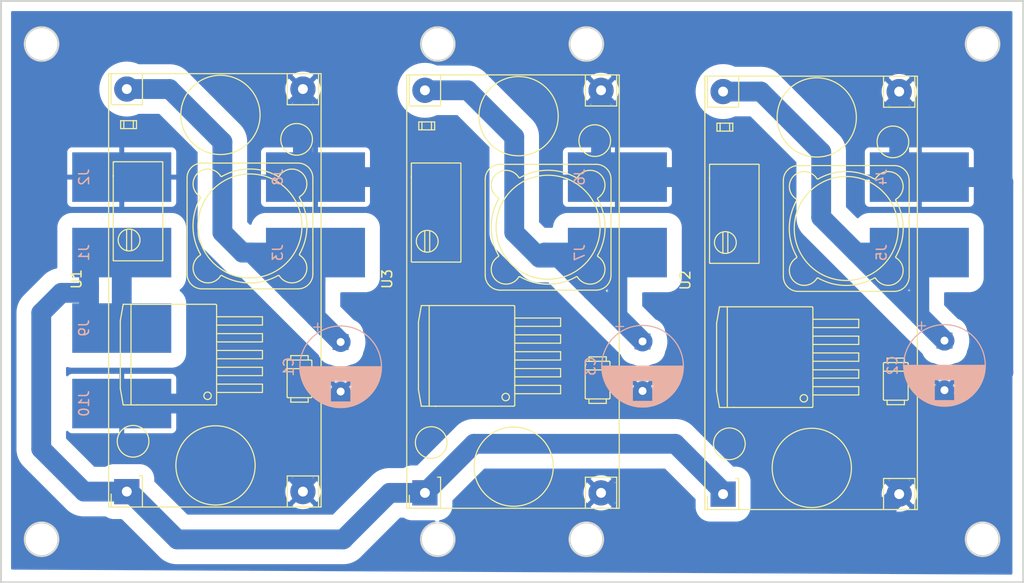
<source format=kicad_pcb>
(kicad_pcb (version 20221018) (generator pcbnew)

  (general
    (thickness 1.6)
  )

  (paper "A4")
  (layers
    (0 "F.Cu" signal)
    (31 "B.Cu" signal)
    (32 "B.Adhes" user "B.Adhesive")
    (33 "F.Adhes" user "F.Adhesive")
    (34 "B.Paste" user)
    (35 "F.Paste" user)
    (36 "B.SilkS" user "B.Silkscreen")
    (37 "F.SilkS" user "F.Silkscreen")
    (38 "B.Mask" user)
    (39 "F.Mask" user)
    (40 "Dwgs.User" user "User.Drawings")
    (41 "Cmts.User" user "User.Comments")
    (42 "Eco1.User" user "User.Eco1")
    (43 "Eco2.User" user "User.Eco2")
    (44 "Edge.Cuts" user)
    (45 "Margin" user)
    (46 "B.CrtYd" user "B.Courtyard")
    (47 "F.CrtYd" user "F.Courtyard")
    (48 "B.Fab" user)
    (49 "F.Fab" user)
    (50 "User.1" user)
    (51 "User.2" user)
    (52 "User.3" user)
    (53 "User.4" user)
    (54 "User.5" user)
    (55 "User.6" user)
    (56 "User.7" user)
    (57 "User.8" user)
    (58 "User.9" user)
  )

  (setup
    (pad_to_mask_clearance 0)
    (pcbplotparams
      (layerselection 0x00010fc_ffffffff)
      (plot_on_all_layers_selection 0x0000000_00000000)
      (disableapertmacros false)
      (usegerberextensions false)
      (usegerberattributes true)
      (usegerberadvancedattributes true)
      (creategerberjobfile true)
      (dashed_line_dash_ratio 12.000000)
      (dashed_line_gap_ratio 3.000000)
      (svgprecision 4)
      (plotframeref false)
      (viasonmask false)
      (mode 1)
      (useauxorigin false)
      (hpglpennumber 1)
      (hpglpenspeed 20)
      (hpglpendiameter 15.000000)
      (dxfpolygonmode true)
      (dxfimperialunits true)
      (dxfusepcbnewfont true)
      (psnegative false)
      (psa4output false)
      (plotreference true)
      (plotvalue true)
      (plotinvisibletext false)
      (sketchpadsonfab false)
      (subtractmaskfromsilk false)
      (outputformat 5)
      (mirror false)
      (drillshape 2)
      (scaleselection 1)
      (outputdirectory "build/")
    )
  )

  (net 0 "")
  (net 1 "+24")
  (net 2 "+12")
  (net 3 "+5")
  (net 4 "+3")
  (net 5 "GND")

  (footprint "library:YAAJ_DCDC_StepDown_LM2596" (layer "F.Cu") (at 88.519 90.297 90))

  (footprint "library:YAAJ_DCDC_StepDown_LM2596" (layer "F.Cu") (at 118.618 90.424 90))

  (footprint "library:YAAJ_DCDC_StepDown_LM2596" (layer "F.Cu") (at 58.42 90.17 90))

  (footprint "Connector_Wire:SolderWirePad_1x01_SMD_5x10mm" (layer "B.Cu") (at 57.912 66.04 -90))

  (footprint "Connector_Wire:SolderWirePad_1x01_SMD_5x10mm" (layer "B.Cu") (at 57.912 73.66 -90))

  (footprint "Connector_Wire:SolderWirePad_1x01_SMD_5x10mm" (layer "B.Cu") (at 107.95 58.42 -90))

  (footprint "Connector_Wire:SolderWirePad_1x01_SMD_5x10mm" (layer "B.Cu") (at 57.912 81.28 -90))

  (footprint "Connector_Wire:SolderWirePad_1x01_SMD_5x10mm" (layer "B.Cu") (at 77.47 66.04 -90))

  (footprint "Connector_Wire:SolderWirePad_1x01_SMD_5x10mm" (layer "B.Cu") (at 138.43 58.42 -90))

  (footprint "Capacitor_THT:CP_Radial_D8.0mm_P5.00mm" (layer "B.Cu") (at 110.49 75.01 -90))

  (footprint "Connector_Wire:SolderWirePad_1x01_SMD_5x10mm" (layer "B.Cu") (at 77.47 58.42 -90))

  (footprint "Connector_Wire:SolderWirePad_1x01_SMD_5x10mm" (layer "B.Cu") (at 107.95 66.04 -90))

  (footprint "Connector_Wire:SolderWirePad_1x01_SMD_5x10mm" (layer "B.Cu") (at 138.43 66.04 -90))

  (footprint "Capacitor_THT:CP_Radial_D8.0mm_P5.00mm" (layer "B.Cu") (at 140.97 74.93 -90))

  (footprint "Capacitor_THT:CP_Radial_D8.0mm_P5.00mm" (layer "B.Cu") (at 80.01 75.067349 -90))

  (footprint "Connector_Wire:SolderWirePad_1x01_SMD_5x10mm" (layer "B.Cu") (at 57.912 58.42 -90))

  (gr_line (start 86.753982 48.387427) (end 86.753982 91.567513)
    (stroke (width 0.2) (type solid)) (layer "Dwgs.User") (tstamp 0a38870b-7242-4778-8c5d-48b720be3c6e))
  (gr_circle (center 104.816156 44.983371) (end 106.516156 44.983371)
    (stroke (width 0.2) (type solid)) (fill none) (layer "Dwgs.User") (tstamp 2297e710-4808-450b-95a3-489fb093c7d9))
  (gr_line (start 86.753982 91.567513) (end 107.861425 91.567513)
    (stroke (width 0.2) (type solid)) (layer "Dwgs.User") (tstamp 3735265d-115c-4521-bdd1-fdf16801e276))
  (gr_line (start 107.861425 91.567513) (end 107.861425 48.387427)
    (stroke (width 0.2) (type solid)) (layer "Dwgs.User") (tstamp 3b962542-772c-4a92-8308-b2e1cbff5219))
  (gr_circle (center 89.816156 44.983371) (end 91.516156 44.983371)
    (stroke (width 0.2) (type solid)) (fill none) (layer "Dwgs.User") (tstamp 3c791358-f4a2-4309-8840-a8fdf9793030))
  (gr_line (start 148.912312 40.64) (end 45.72 40.64)
    (stroke (width 0.2) (type solid)) (layer "Dwgs.User") (tstamp 3dd950e9-16b3-4d65-8bf2-d9b2f936c0fb))
  (gr_line (start 148.912312 99.326742) (end 45.72 99.326742)
    (stroke (width 0.2) (type solid)) (layer "Dwgs.User") (tstamp 40635a4c-91b5-401a-a755-a8d698d5a445))
  (gr_line (start 45.72 40.64) (end 45.72 99.326742)
    (stroke (width 0.2) (type solid)) (layer "Dwgs.User") (tstamp 44a6039e-b6d3-42c0-bd52-cbfe79cf86f7))
  (gr_line (start 77.861425 48.387427) (end 56.753982 48.387427)
    (stroke (width 0.2) (type solid)) (layer "Dwgs.User") (tstamp 673c63b2-f55b-43f9-809d-d1837829e357))
  (gr_circle (center 89.816156 94.983371) (end 91.516156 94.983371)
    (stroke (width 0.2) (type solid)) (fill none) (layer "Dwgs.User") (tstamp 6a4533e3-cfb7-44e3-b677-9d49cc05fd50))
  (gr_line (start 137.861425 48.387427) (end 116.753982 48.387427)
    (stroke (width 0.2) (type solid)) (layer "Dwgs.User") (tstamp 85a56f9a-70a6-46ad-ba20-756453464a67))
  (gr_line (start 107.861425 48.387427) (end 86.753982 48.387427)
    (stroke (width 0.2) (type solid)) (layer "Dwgs.User") (tstamp 95a8c4a3-e0c4-4328-a516-73e36ffe6cc6))
  (gr_line (start 137.861425 91.567513) (end 137.861425 48.387427)
    (stroke (width 0.2) (type solid)) (layer "Dwgs.User") (tstamp a6fe570d-bae3-49f9-b7d0-4b4d4f07415b))
  (gr_circle (center 49.816156 94.983371) (end 51.516156 94.983371)
    (stroke (width 0.2) (type solid)) (fill none) (layer "Dwgs.User") (tstamp ade1fc41-a7de-41b2-b074-908c715e1d70))
  (gr_circle (center 144.816156 94.983371) (end 146.516156 94.983371)
    (stroke (width 0.2) (type solid)) (fill none) (layer "Dwgs.User") (tstamp b73a5e8b-4735-4f5f-bf6d-f4796ba7053c))
  (gr_circle (center 144.816156 44.983371) (end 146.516156 44.983371)
    (stroke (width 0.2) (type solid)) (fill none) (layer "Dwgs.User") (tstamp be46debe-9cf9-40c0-8980-d277541c1d0f))
  (gr_line (start 77.861425 91.567513) (end 77.861425 48.387427)
    (stroke (width 0.2) (type solid)) (layer "Dwgs.User") (tstamp c1252b91-2f8a-4669-a7d7-17ce21c0122b))
  (gr_line (start 116.753982 48.387427) (end 116.753982 91.567513)
    (stroke (width 0.2) (type solid)) (layer "Dwgs.User") (tstamp c705c8a5-fbe5-448d-ab45-7fcba0387f26))
  (gr_line (start 148.912312 99.326742) (end 148.912312 40.64)
    (stroke (width 0.2) (type solid)) (layer "Dwgs.User") (tstamp d86134e4-c525-4a78-ad1c-6e3fd869f10c))
  (gr_line (start 116.753982 91.567513) (end 137.861425 91.567513)
    (stroke (width 0.2) (type solid)) (layer "Dwgs.User") (tstamp dc01eaea-7e55-421d-9e5e-ceb202406ae3))
  (gr_circle (center 49.816156 44.983371) (end 51.516156 44.983371)
    (stroke (width 0.2) (type solid)) (fill none) (layer "Dwgs.User") (tstamp eb9dc46e-d0b9-4a53-8b6b-5ca2917a0d73))
  (gr_line (start 56.753982 91.567513) (end 77.861425 91.567513)
    (stroke (width 0.2) (type solid)) (layer "Dwgs.User") (tstamp ed8af8e0-7998-4469-b587-884861adac1d))
  (gr_circle (center 104.816156 94.983371) (end 106.516156 94.983371)
    (stroke (width 0.2) (type solid)) (fill none) (layer "Dwgs.User") (tstamp f175a7af-2964-4183-8aa3-4d6ce648f4b2))
  (gr_line (start 56.753982 48.387427) (end 56.753982 91.567513)
    (stroke (width 0.2) (type solid)) (layer "Dwgs.User") (tstamp f21c171f-6917-4a76-9b95-9cb0f336b9dd))
  (gr_line (start 148.912312 99.326742) (end 45.72 99.326742)
    (stroke (width 0.2) (type solid)) (layer "Edge.Cuts") (tstamp 12495fd1-7297-4bdd-812f-f162ec7e09c0))
  (gr_circle (center 89.816156 44.983371) (end 91.516156 44.983371)
    (stroke (width 0.2) (type solid)) (fill none) (layer "Edge.Cuts") (tstamp 1ad5b7c7-3d93-4fcb-93e4-942c42f00ef0))
  (gr_circle (center 104.816156 94.983371) (end 106.516156 94.983371)
    (stroke (width 0.2) (type solid)) (fill none) (layer "Edge.Cuts") (tstamp 3c539ece-31c1-457d-9818-698918347d15))
  (gr_circle (center 144.816156 44.983371) (end 146.516156 44.983371)
    (stroke (width 0.2) (type solid)) (fill none) (layer "Edge.Cuts") (tstamp 52d4af55-4813-41d7-b655-4f6926bedd3b))
  (gr_circle (center 144.816156 94.983371) (end 146.516156 94.983371)
    (stroke (width 0.2) (type solid)) (fill none) (layer "Edge.Cuts") (tstamp 9fd49e1b-9dd7-4605-873f-d73b50a93429))
  (gr_circle (center 104.816156 44.983371) (end 106.516156 44.983371)
    (stroke (width 0.2) (type solid)) (fill none) (layer "Edge.Cuts") (tstamp a90cb9de-c849-40c5-9243-998744acd7d4))
  (gr_line (start 148.912312 99.326742) (end 148.912312 40.64)
    (stroke (width 0.2) (type solid)) (layer "Edge.Cuts") (tstamp ae7f4438-6677-4077-a75c-190734597e98))
  (gr_line (start 148.912312 40.64) (end 45.72 40.64)
    (stroke (width 0.2) (type solid)) (layer "Edge.Cuts") (tstamp beb45c17-6db1-419a-b678-211d531621e2))
  (gr_line (start 45.72 40.64) (end 45.72 99.326742)
    (stroke (width 0.2) (type solid)) (layer "Edge.Cuts") (tstamp c12e9f07-dafd-4e47-87cd-5ebb11ab6b63))
  (gr_circle (center 89.816156 94.983371) (end 91.516156 94.983371)
    (stroke (width 0.2) (type solid)) (fill none) (layer "Edge.Cuts") (tstamp c95b058f-c27f-45b9-b929-48519f63bb59))
  (gr_circle (center 49.816156 44.983371) (end 51.516156 44.983371)
    (stroke (width 0.2) (type solid)) (fill none) (layer "Edge.Cuts") (tstamp e52e0709-44bc-425f-b834-96396fd72dd3))
  (gr_circle (center 49.816156 94.983371) (end 51.516156 94.983371)
    (stroke (width 0.2) (type solid)) (fill none) (layer "Edge.Cuts") (tstamp ef93c4d2-3fde-4133-904f-0c8c0a8a040b))

  (segment (start 118.618 90.424) (end 118.618 90.17) (width 2) (layer "B.Cu") (net 1) (tstamp 0cc8a625-f9f9-48e3-ab37-c9eb00e3acbe))
  (segment (start 118.618 90.17) (end 113.792 85.344) (width 2) (layer "B.Cu") (net 1) (tstamp 187a5783-77c9-43b3-9c4b-a9b17633fcbe))
  (segment (start 54.102 90.17) (end 58.42 90.17) (width 2) (layer "B.Cu") (net 1) (tstamp 27c26bbb-0f08-430a-9f35-9af994540e8f))
  (segment (start 57.912 66.04) (end 57.912 73.66) (width 2) (layer "B.Cu") (net 1) (tstamp 3fbfc0c2-3c72-4325-8ae4-6b1561365145))
  (segment (start 80.264 94.996) (end 63.5 94.996) (width 2) (layer "B.Cu") (net 1) (tstamp 46f796e9-2c46-470a-b046-b95afe368316))
  (segment (start 54.102 70.104) (end 51.816 70.104) (width 2) (layer "B.Cu") (net 1) (tstamp 4b610eef-bfdc-4462-9735-f964e0e552f5))
  (segment (start 93.472 85.344) (end 88.519 90.297) (width 2) (layer "B.Cu") (net 1) (tstamp 5b796bef-fcee-4f43-a5af-93ae1516e298))
  (segment (start 88.519 90.297) (end 84.963 90.297) (width 2) (layer "B.Cu") (net 1) (tstamp 69d729bc-1110-40ce-ab0d-95a86dd8a64a))
  (segment (start 51.816 70.104) (end 49.784 72.136) (width 2) (layer "B.Cu") (net 1) (tstamp 809c6078-8566-4f23-b22e-e8454f460ca0))
  (segment (start 49.784 85.852) (end 54.102 90.17) (width 2) (layer "B.Cu") (net 1) (tstamp 80e1814b-4795-4d83-a507-d8a17c0a546f))
  (segment (start 54.61 69.596) (end 54.102 70.104) (width 2) (layer "B.Cu") (net 1) (tstamp 8dd9766d-a14c-45ef-9fe3-998a0289f645))
  (segment (start 84.963 90.297) (end 80.264 94.996) (width 2) (layer "B.Cu") (net 1) (tstamp 925ed6ce-a00c-452a-9c15-8f11bcd679bb))
  (segment (start 54.61 66.04) (end 54.61 69.596) (width 2) (layer "B.Cu") (net 1) (tstamp 973841cb-fd7f-41e3-9c13-f63f1c7ff4fe))
  (segment (start 49.784 72.136) (end 49.784 85.852) (width 2) (layer "B.Cu") (net 1) (tstamp 9f70dd58-3b9b-4529-84ee-a9b245cbc204))
  (segment (start 54.61 69.596) (end 54.61 73.66) (width 2) (layer "B.Cu") (net 1) (tstamp be120aa8-aa71-4cae-89ff-8890900a61e1))
  (segment (start 113.792 85.344) (end 93.472 85.344) (width 2) (layer "B.Cu") (net 1) (tstamp d584082e-4491-42ce-a588-afe1796a1ec3))
  (segment (start 63.5 94.996) (end 58.674 90.17) (width 2) (layer "B.Cu") (net 1) (tstamp e73c123b-52bc-4865-b6d4-c57c6aacd6b7))
  (segment (start 58.674 90.17) (end 58.42 90.17) (width 2) (layer "B.Cu") (net 1) (tstamp fefdd5fc-315a-4b7f-ae66-fdb4f6e15ef7))
  (segment (start 77.47 66.04) (end 77.47 72.527349) (width 2) (layer "B.Cu") (net 2) (tstamp 14670532-7505-49b8-8898-183699481fc6))
  (segment (start 77.47 67.31) (end 74.861325 69.918675) (width 2) (layer "B.Cu") (net 2) (tstamp 28b6d55f-923b-44f4-aeb5-3ea0bed5b2d2))
  (segment (start 77.47 68.834) (end 75.623325 70.680675) (width 2) (layer "B.Cu") (net 2) (tstamp 4834e31f-27c2-41bf-9933-08f60fad947b))
  (segment (start 70.104 66.04) (end 77.47 66.04) (width 2) (layer "B.Cu") (net 2) (tstamp 4865a72c-6bf8-497e-bc5d-c91e7d535a7a))
  (segment (start 80.01 75.067349) (end 75.623325 70.680675) (width 2) (layer "B.Cu") (net 2) (tstamp 4cae12f4-39d6-412f-9776-9376039aba13))
  (segment (start 70.982651 66.04) (end 70.104 66.04) (width 2) (layer "B.Cu") (net 2) (tstamp 50cc3b81-1cac-4163-a47f-9629c321508d))
  (segment (start 74.861325 69.918675) (end 70.982651 66.04) (width 2) (layer "B.Cu") (net 2) (tstamp 5e1399f1-a996-4301-a23b-57077682c328))
  (segment (start 77.47 66.04) (end 77.47 67.31) (width 2) (layer "B.Cu") (net 2) (tstamp 877a1779-5abb-4605-92d6-4798c76d6130))
  (segment (start 58.42 49.53) (end 62.738 49.53) (width 2) (layer "B.Cu") (net 2) (tstamp 9b8df253-b189-47c6-881e-4018caed598b))
  (segment (start 75.623325 70.680675) (end 74.861325 69.918675) (width 2) (layer "B.Cu") (net 2) (tstamp d337652c-a8d3-46fb-a215-e023c499dea3))
  (segment (start 77.47 66.04) (end 77.47 68.834) (width 2) (layer "B.Cu") (net 2) (tstamp d34c0f7e-4ba4-43a8-9333-1500761cee3b))
  (segment (start 68.072 54.864) (end 68.072 64.008) (width 2) (layer "B.Cu") (net 2) (tstamp da3eddf9-30c8-473d-a99e-6d3a092bc376))
  (segment (start 62.738 49.53) (end 68.072 54.864) (width 2) (layer "B.Cu") (net 2) (tstamp e704a6ca-3fe1-4d74-a697-e99e3a822ad2))
  (segment (start 68.072 64.008) (end 70.104 66.04) (width 2) (layer "B.Cu") (net 2) (tstamp ed620a92-6d94-46c6-8b5e-f60aafd09466))
  (segment (start 77.47 72.527349) (end 80.01 75.067349) (width 2) (layer "B.Cu") (net 2) (tstamp f5861406-073e-4a7b-95b2-e817821301ac))
  (segment (start 122.428 49.784) (end 128.524 55.88) (width 2) (layer "B.Cu") (net 3) (tstamp 13d5373e-a67e-4c23-8bc4-a83b219640fe))
  (segment (start 128.524 55.88) (end 128.524 62.484) (width 2) (layer "B.Cu") (net 3) (tstamp 45944654-057b-4bb9-aa4f-2abfcd9e2f20))
  (segment (start 140.97 74.93) (end 135.89 69.85) (width 2) (layer "B.Cu") (net 3) (tstamp 4f52bc27-3b7f-4b56-b653-ac7a942b1b54))
  (segment (start 138.43 72.39) (end 140.97 74.93) (width 2) (layer "B.Cu") (net 3) (tstamp 6549fbe8-b4c5-4aef-bb1c-44c4f64489eb))
  (segment (start 138.43 66.04) (end 138.43 72.39) (width 2) (layer "B.Cu") (net 3) (tstamp 66a76164-9dc1-4303-a352-89e5a8c6f565))
  (segment (start 128.524 62.484) (end 132.08 66.04) (width 2) (layer "B.Cu") (net 3) (tstamp 9989e801-3cb0-4726-9d60-e161cc4b0e24))
  (segment (start 132.08 66.04) (end 138.43 66.04) (width 2) (layer "B.Cu") (net 3) (tstamp ae20cf11-cb5d-4e09-ab83-4a6d78aa10da))
  (segment (start 138.43 67.31) (end 135.89 69.85) (width 2) (layer "B.Cu") (net 3) (tstamp b6f35525-6b5a-40b4-8b1f-c7120ea765f6))
  (segment (start 138.43 66.04) (end 138.43 67.31) (width 2) (layer "B.Cu") (net 3) (tstamp c26ccd29-1cda-4a5b-8bb6-e4813102884f))
  (segment (start 135.89 69.85) (end 132.08 66.04) (width 2) (layer "B.Cu") (net 3) (tstamp d074e61b-c927-41e9-b6bb-6407b43a6ab0))
  (segment (start 118.618 49.784) (end 122.428 49.784) (width 2) (layer "B.Cu") (net 3) (tstamp e1c4372a-7ae1-4b12-912b-0aab7485d5f5))
  (segment (start 102.028 66.548) (end 100.076 66.548) (width 2) (layer "B.Cu") (net 4) (tstamp 328ca692-8913-4dde-9036-1bed5f55ae4e))
  (segment (start 97.536 54.356) (end 97.536 64.008) (width 2) (layer "B.Cu") (net 4) (tstamp 3d5651e9-7e85-49af-bffb-b75b9a23e581))
  (segment (start 88.519 49.657) (end 92.837 49.657) (width 2) (layer "B.Cu") (net 4) (tstamp 4847fe66-becb-469f-826e-046dfa363843))
  (segment (start 110.49 75.01) (end 105.37 69.89) (width 2) (layer "B.Cu") (net 4) (tstamp 8fb5d316-daea-4fcd-989e-26fe68baa7bb))
  (segment (start 100.584 66.04) (end 107.95 66.04) (width 2) (layer "B.Cu") (net 4) (tstamp 9139c959-eb61-4797-9ec8-d1e33caf241a))
  (segment (start 105.37 69.89) (end 102.028 66.548) (width 2) (layer "B.Cu") (net 4) (tstamp aade4d43-4811-4ada-a032-39b71e79894f))
  (segment (start 107.95 67.31) (end 105.37 69.89) (width 2) (layer "B.Cu") (net 4) (tstamp b292d3a0-71fa-416b-8afb-61738b8e3ff9))
  (segment (start 107.95 72.47) (end 110.49 75.01) (width 2) (layer "B.Cu") (net 4) (tstamp b46b4ac8-3c2c-4635-abe5-fdd8319c734a))
  (segment (start 100.076 66.548) (end 100.584 66.04) (width 2) (layer "B.Cu") (net 4) (tstamp c2a60ad7-768c-4f31-b555-cc0d47c8edfb))
  (segment (start 107.95 66.04) (end 107.95 72.47) (width 2) (layer "B.Cu") (net 4) (tstamp c5a5b9e4-9983-4623-a159-53e40ba27ad7))
  (segment (start 92.837 49.657) (end 97.536 54.356) (width 2) (layer "B.Cu") (net 4) (tstamp d3f29101-ba63-4574-8a72-451f9341a272))
  (segment (start 107.95 66.04) (end 107.95 67.31) (width 2) (layer "B.Cu") (net 4) (tstamp e5bfad5f-b537-477c-9d80-04e3c529e6f2))
  (segment (start 97.536 64.008) (end 100.076 66.548) (width 2) (layer "B.Cu") (net 4) (tstamp fe73903a-1a3e-494e-a244-d25094f627f9))
  (segment (start 80.01 80.067349) (end 80.01 81.026) (width 2) (layer "B.Cu") (net 5) (tstamp 06f613f0-10c1-473c-a028-1d65a9bcbee7))
  (segment (start 136.398 49.784) (end 136.398 56.388) (width 2) (layer "B.Cu") (net 5) (tstamp 0c5ecbc1-805b-47af-ba4c-afaae42dc370))
  (segment (start 76.2 57.15) (end 77.47 58.42) (width 2) (layer "B.Cu") (net 5) (tstamp 0d0113c1-9e57-4689-bf07-30a090371e66))
  (segment (start 106.299 90.297) (end 110.617 90.297) (width 2) (layer "B.Cu") (net 5) (tstamp 0f184d98-6221-4266-adec-88a886e28c25))
  (segment (start 115.316 94.996) (end 131.826 94.996) (width 2) (layer "B.Cu") (net 5) (tstamp 0f964c34-379d-47e3-b7de-740c56021800))
  (segment (start 146.912312 58.928) (end 146.912312 78.131688) (width 2) (layer "B.Cu") (net 5) (tstamp 170b15d9-4989-403e-8049-549531890e21))
  (segment (start 138.43 58.42) (end 146.404312 58.42) (width 2) (layer "B.Cu") (net 5) (tstamp 1a1d559c-4cbb-4ad8-8fda-762d83132750))
  (segment (start 131.826 94.996) (end 136.398 90.424) (width 2) (layer "B.Cu") (net 5) (tstamp 1eae980e-899f-4d5a-afb5-411aaa36e001))
  (segment (start 116.84 58.42) (end 121.92 63.5) (width 2) (layer "B.Cu") (net 5) (tstamp 2fd589e6-0878-433f-9f1f-7f71415037dd))
  (segment (start 143.256 81.788) (end 142.748 81.28) (width 2) (layer "B.Cu") (net 5) (tstamp 3b8f243e-61bc-4b21-9e0f-54af09589943))
  (segment (start 136.398 90.424) (end 136.398 84.502) (width 2) (layer "B.Cu") (net 5) (tstamp 3d7a65f5-1a93-48a8-87c8-7e61b572ec18))
  (segment (start 110.49 80.01) (end 110.49 81.026) (width 2) (layer "B.Cu") (net 5) (tstamp 454711f2-3826-41ca-8d49-ef754d23105c))
  (segment (start 90.932 81.28) (end 110.236 81.28) (width 2) (layer "B.Cu") (net 5) (tstamp 4d28fd9a-608d-43e8-9e9a-cf87b2c353df))
  (segment (start 121.92 80.772) (end 122.428 81.28) (width 2) (layer "B.Cu") (net 5) (tstamp 52f12c9f-8767-4b26-8e11-051e194527c9))
  (segment (start 107.95 58.42) (end 116.84 58.42) (width 2) (layer "B.Cu") (net 5) (tstamp 61e97119-f632-442c-bcca-67d80cf440ad))
  (segment (start 85.852 58.42) (end 90.932 63.5) (width 2) (layer "B.Cu") (net 5) (tstamp 6338d5df-1bdd-4872-b13c-8f98a0d148ab))
  (segment (start 79.756 81.28) (end 90.932 81.28) (width 2) (layer "B.Cu") (net 5) (tstamp 72543f8a-87a6-441f-a1c1-2963d2f70a9f))
  (segment (start 122.428 81.28) (end 139.62 81.28) (width 2) (layer "B.Cu") (net 5) (tstamp 76348b19-20e4-4c26-822a-9f210282171c))
  (segment (start 57.912 81.28) (end 79.756 81.28) (width 2) (layer "B.Cu") (net 5) (tstamp 7b40beb4-6185-4200-9f1c-d452cb0a88bf))
  (segment (start 110.236 81.28) (end 122.428 81.28) (width 2) (layer "B.Cu") (net 5) (tstamp 8eba74bb-1d32-4f6f-af90-5e2ff9f66ad0))
  (segment (start 110.49 81.026) (end 110.236 81.28) (width 2) (layer "B.Cu") (net 5) (tstamp 91cb681f-d98b-4436-a087-9d61c01ad74e))
  (segment (start 146.912312 78.131688) (end 143.256 81.788) (width 2) (layer "B.Cu") (net 5) (tstamp a4b56bc2-203f-4b27-847b-7911d6cc9d98))
  (segment (start 106.299 56.769) (end 107.95 58.42) (width 2) (layer "B.Cu") (net 5) (tstamp a6f8988a-25ae-486e-81c6-e957b5bc42d2))
  (segment (start 76.2 49.53) (end 76.2 57.15) (width 2) (layer "B.Cu") (net 5) (tstamp bdeeff84-d22a-45a9-ace8-20f93f58f988))
  (segment (start 106.299 49.657) (end 106.299 56.769) (width 2) (layer "B.Cu") (net 5) (tstamp cd80ada1-a2d5-4637-a8cb-ef7220a0642c))
  (segment (start 90.932 63.5) (end 90.932 81.28) (width 2) (layer "B.Cu") (net 5) (tstamp d1dcebee-8578-4ad0-89d2-3f9cee73d822))
  (segment (start 136.398 56.388) (end 138.43 58.42) (width 2) (layer "B.Cu") (net 5) (tstamp d2230f54-674c-4439-9ef5-e7512556aa5c))
  (segment (start 146.404312 58.42) (end 146.912312 58.928) (width 2) (layer "B.Cu") (net 5) (tstamp d667a00d-4a98-4843-93f1-16b3c5aa4533))
  (segment (start 136.398 84.502) (end 139.62 81.28) (width 2) (layer "B.Cu") (net 5) (tstamp e4a98ff2-c674-4e6d-b4da-b606a92ba44b))
  (segment (start 142.748 81.28) (end 139.62 81.28) (width 2) (layer "B.Cu") (net 5) (tstamp e4d9214d-2f86-4080-b457-be24aacdcc85))
  (segment (start 76.2 90.17) (end 76.2 84.836) (width 2) (layer "B.Cu") (net 5) (tstamp e924b3ec-d116-4f6c-bb17-c6e5ba603500))
  (segment (start 80.01 81.026) (end 79.756 81.28) (width 2) (layer "B.Cu") (net 5) (tstamp f0f25fdc-46c1-4568-ad7f-02645dff65a2))
  (segment (start 121.92 63.5) (end 121.92 80.772) (width 2) (layer "B.Cu") (net 5) (tstamp f36b7ae4-2e5c-4d62-8afd-0d0f976b32bd))
  (segment (start 77.47 58.42) (end 85.852 58.42) (width 2) (layer "B.Cu") (net 5) (tstamp f60b060f-e792-4d0b-bf80-5e915ea1a808))
  (segment (start 139.62 81.28) (end 140.97 79.93) (width 2) (layer "B.Cu") (net 5) (tstamp f73386cc-6192-4d9f-9212-a10636597fa1))
  (segment (start 110.617 90.297) (end 115.316 94.996) (width 2) (layer "B.Cu") (net 5) (tstamp f9e7274a-e609-4305-84c5-5575da84bbb7))
  (segment (start 76.2 84.836) (end 79.756 81.28) (width 2) (layer "B.Cu") (net 5) (tstamp fca4737e-17d8-4715-a7c9-b93c71433dda))

  (zone (net 5) (net_name "GND") (layer "B.Cu") (tstamp 06285258-f567-4c61-8524-e43c0234cbc1) (name "GND") (hatch edge 0.5)
    (connect_pads (clearance 1.5))
    (min_thickness 0.25) (filled_areas_thickness no)
    (fill yes (thermal_gap 0.5) (thermal_bridge_width 0.5) (island_removal_mode 1) (island_area_min 10))
    (polygon
      (pts
        (xy 46.736 41.656)
        (xy 46.736 98.044)
        (xy 147.828 98.552)
        (xy 147.828 41.656)
      )
    )
    (filled_polygon
      (layer "B.Cu")
      (pts
        (xy 147.771039 41.675685)
        (xy 147.816794 41.728489)
        (xy 147.828 41.78)
        (xy 147.828 98.427375)
        (xy 147.808315 98.494414)
        (xy 147.755511 98.540169)
        (xy 147.703377 98.551373)
        (xy 46.859377 98.044619)
        (xy 46.792437 98.024598)
        (xy 46.746948 97.971565)
        (xy 46.736 97.920621)
        (xy 46.736 94.983375)
        (xy 48.110888 94.983375)
        (xy 48.129933 95.237525)
        (xy 48.186259 95.484307)
        (xy 48.186648 95.486008)
        (xy 48.279763 95.723259)
        (xy 48.407197 95.943983)
        (xy 48.566106 96.143248)
        (xy 48.752939 96.316603)
        (xy 48.963522 96.460176)
        (xy 48.963527 96.460178)
        (xy 48.963528 96.460179)
        (xy 48.963529 96.46018)
        (xy 49.122093 96.53654)
        (xy 49.193152 96.57076)
        (xy 49.235313 96.583765)
        (xy 49.242405 96.586437)
        (xy 49.277401 96.602126)
        (xy 49.305345 96.605367)
        (xy 49.436698 96.645884)
        (xy 49.436703 96.645884)
 
... [175825 chars truncated]
</source>
